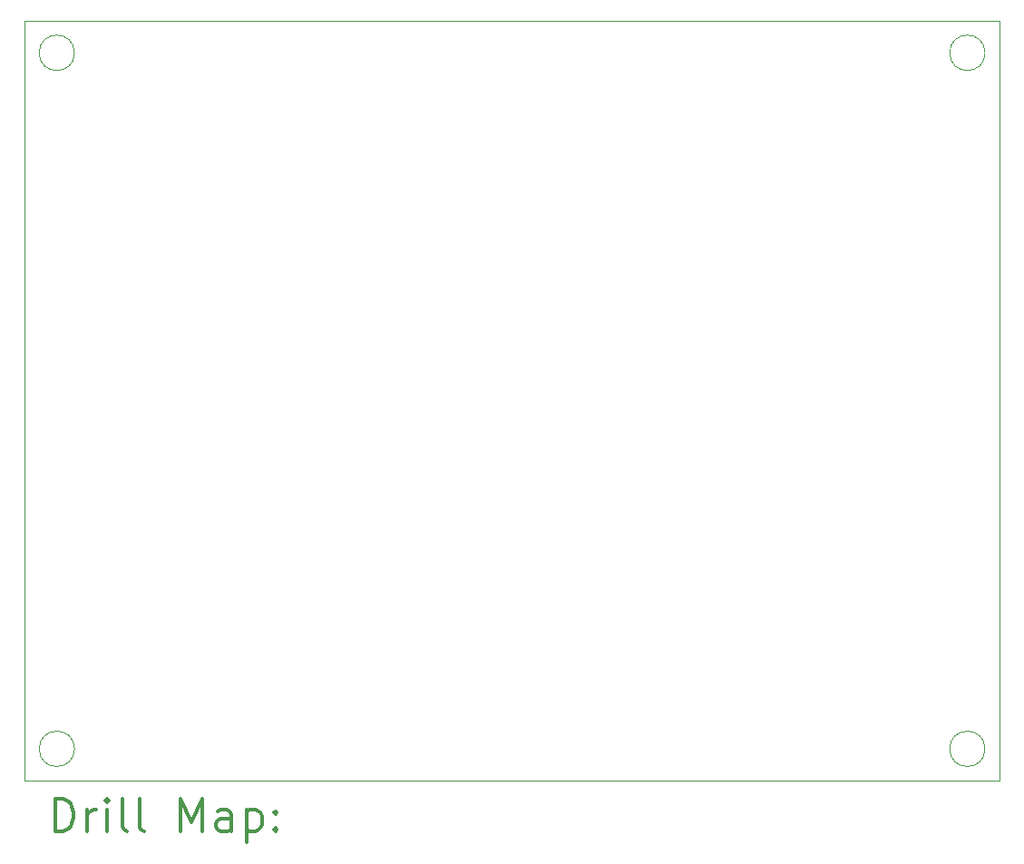
<source format=gbr>
%FSLAX45Y45*%
G04 Gerber Fmt 4.5, Leading zero omitted, Abs format (unit mm)*
G04 Created by KiCad (PCBNEW (5.1.9)-1) date 2021-04-30 00:53:20*
%MOMM*%
%LPD*%
G01*
G04 APERTURE LIST*
%TA.AperFunction,Profile*%
%ADD10C,0.050000*%
%TD*%
%ADD11C,0.200000*%
%ADD12C,0.300000*%
G04 APERTURE END LIST*
D10*
X25465000Y-5300000D02*
G75*
G03*
X25465000Y-5300000I-165000J0D01*
G01*
X25465000Y-11800000D02*
G75*
G03*
X25465000Y-11800000I-165000J0D01*
G01*
X16965000Y-11800000D02*
G75*
G03*
X16965000Y-11800000I-165000J0D01*
G01*
X16965000Y-5300000D02*
G75*
G03*
X16965000Y-5300000I-165000J0D01*
G01*
X25600000Y-12100000D02*
X16500000Y-12100000D01*
X25600000Y-5000000D02*
X25600000Y-12100000D01*
X16500000Y-5000000D02*
X25600000Y-5000000D01*
X16500000Y-12100000D02*
X16500000Y-5000000D01*
D11*
D12*
X16783928Y-12568214D02*
X16783928Y-12268214D01*
X16855357Y-12268214D01*
X16898214Y-12282500D01*
X16926786Y-12311071D01*
X16941071Y-12339643D01*
X16955357Y-12396786D01*
X16955357Y-12439643D01*
X16941071Y-12496786D01*
X16926786Y-12525357D01*
X16898214Y-12553929D01*
X16855357Y-12568214D01*
X16783928Y-12568214D01*
X17083928Y-12568214D02*
X17083928Y-12368214D01*
X17083928Y-12425357D02*
X17098214Y-12396786D01*
X17112500Y-12382500D01*
X17141071Y-12368214D01*
X17169643Y-12368214D01*
X17269643Y-12568214D02*
X17269643Y-12368214D01*
X17269643Y-12268214D02*
X17255357Y-12282500D01*
X17269643Y-12296786D01*
X17283928Y-12282500D01*
X17269643Y-12268214D01*
X17269643Y-12296786D01*
X17455357Y-12568214D02*
X17426786Y-12553929D01*
X17412500Y-12525357D01*
X17412500Y-12268214D01*
X17612500Y-12568214D02*
X17583928Y-12553929D01*
X17569643Y-12525357D01*
X17569643Y-12268214D01*
X17955357Y-12568214D02*
X17955357Y-12268214D01*
X18055357Y-12482500D01*
X18155357Y-12268214D01*
X18155357Y-12568214D01*
X18426786Y-12568214D02*
X18426786Y-12411071D01*
X18412500Y-12382500D01*
X18383928Y-12368214D01*
X18326786Y-12368214D01*
X18298214Y-12382500D01*
X18426786Y-12553929D02*
X18398214Y-12568214D01*
X18326786Y-12568214D01*
X18298214Y-12553929D01*
X18283928Y-12525357D01*
X18283928Y-12496786D01*
X18298214Y-12468214D01*
X18326786Y-12453929D01*
X18398214Y-12453929D01*
X18426786Y-12439643D01*
X18569643Y-12368214D02*
X18569643Y-12668214D01*
X18569643Y-12382500D02*
X18598214Y-12368214D01*
X18655357Y-12368214D01*
X18683928Y-12382500D01*
X18698214Y-12396786D01*
X18712500Y-12425357D01*
X18712500Y-12511071D01*
X18698214Y-12539643D01*
X18683928Y-12553929D01*
X18655357Y-12568214D01*
X18598214Y-12568214D01*
X18569643Y-12553929D01*
X18841071Y-12539643D02*
X18855357Y-12553929D01*
X18841071Y-12568214D01*
X18826786Y-12553929D01*
X18841071Y-12539643D01*
X18841071Y-12568214D01*
X18841071Y-12382500D02*
X18855357Y-12396786D01*
X18841071Y-12411071D01*
X18826786Y-12396786D01*
X18841071Y-12382500D01*
X18841071Y-12411071D01*
M02*

</source>
